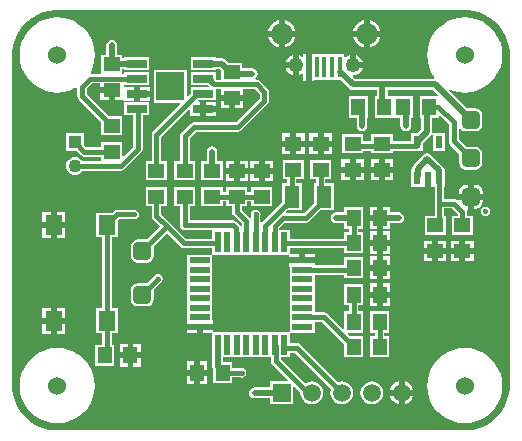
<source format=gtl>
G04*
G04 #@! TF.GenerationSoftware,Altium Limited,Altium Designer,22.3.1 (43)*
G04*
G04 Layer_Physical_Order=1*
G04 Layer_Color=255*
%FSLAX25Y25*%
%MOIN*%
G70*
G04*
G04 #@! TF.SameCoordinates,8B7F2328-CF97-48C8-8425-EDDF2E2766CF*
G04*
G04*
G04 #@! TF.FilePolarity,Positive*
G04*
G01*
G75*
%ADD34R,0.05118X0.07480*%
G04:AMPARAMS|DCode=35|XSize=60mil|YSize=60mil|CornerRadius=15mil|HoleSize=0mil|Usage=FLASHONLY|Rotation=90.000|XOffset=0mil|YOffset=0mil|HoleType=Round|Shape=RoundedRectangle|*
%AMROUNDEDRECTD35*
21,1,0.06000,0.03000,0,0,90.0*
21,1,0.03000,0.06000,0,0,90.0*
1,1,0.03000,0.01500,0.01500*
1,1,0.03000,0.01500,-0.01500*
1,1,0.03000,-0.01500,-0.01500*
1,1,0.03000,-0.01500,0.01500*
%
%ADD35ROUNDEDRECTD35*%
G04:AMPARAMS|DCode=36|XSize=60mil|YSize=60mil|CornerRadius=15mil|HoleSize=0mil|Usage=FLASHONLY|Rotation=0.000|XOffset=0mil|YOffset=0mil|HoleType=Round|Shape=RoundedRectangle|*
%AMROUNDEDRECTD36*
21,1,0.06000,0.03000,0,0,0.0*
21,1,0.03000,0.06000,0,0,0.0*
1,1,0.03000,0.01500,-0.01500*
1,1,0.03000,-0.01500,-0.01500*
1,1,0.03000,-0.01500,0.01500*
1,1,0.03000,0.01500,0.01500*
%
%ADD36ROUNDEDRECTD36*%
%ADD37R,0.05512X0.06693*%
%ADD38R,0.05512X0.04724*%
%ADD39R,0.04724X0.05512*%
%ADD40R,0.09409X0.09409*%
%ADD41R,0.06791X0.02559*%
%ADD42R,0.02362X0.04331*%
%ADD43R,0.02362X0.06594*%
%ADD44R,0.06594X0.02362*%
%ADD45R,0.01575X0.07087*%
%ADD46C,0.01968*%
%ADD47C,0.01500*%
%ADD48C,0.06000*%
%ADD49R,0.04331X0.04331*%
%ADD50C,0.04331*%
%ADD51C,0.05906*%
%ADD52R,0.05906X0.05906*%
%ADD53C,0.07284*%
%ADD54C,0.04921*%
%ADD55C,0.01575*%
G36*
X154497Y140674D02*
X156389Y140167D01*
X158199Y139417D01*
X159896Y138437D01*
X161450Y137245D01*
X162835Y135860D01*
X164028Y134305D01*
X165007Y132609D01*
X165757Y130798D01*
X166264Y128906D01*
X166520Y126964D01*
Y125984D01*
Y15748D01*
Y14769D01*
X166264Y12826D01*
X165757Y10934D01*
X165007Y9124D01*
X164028Y7427D01*
X162835Y5873D01*
X161450Y4487D01*
X159896Y3295D01*
X158199Y2315D01*
X156389Y1565D01*
X154497Y1058D01*
X152554Y803D01*
X14769D01*
X12826Y1058D01*
X10934Y1565D01*
X9124Y2315D01*
X7427Y3295D01*
X5873Y4487D01*
X4487Y5873D01*
X3295Y7427D01*
X2315Y9124D01*
X1565Y10934D01*
X1058Y12826D01*
X803Y14769D01*
Y15748D01*
Y125984D01*
Y126964D01*
X1058Y128906D01*
X1565Y130798D01*
X2315Y132609D01*
X3295Y134305D01*
X4487Y135859D01*
X5873Y137245D01*
X7427Y138437D01*
X9124Y139417D01*
X10934Y140167D01*
X12826Y140674D01*
X14769Y140929D01*
X152554D01*
X154497Y140674D01*
D02*
G37*
%LPC*%
G36*
X119898Y137621D02*
Y134071D01*
X123448D01*
X123420Y134283D01*
X122952Y135412D01*
X122208Y136381D01*
X121239Y137125D01*
X120109Y137593D01*
X119898Y137621D01*
D02*
G37*
G36*
X91551D02*
Y134071D01*
X95101D01*
X95073Y134283D01*
X94606Y135412D01*
X93862Y136381D01*
X92892Y137125D01*
X91763Y137593D01*
X91551Y137621D01*
D02*
G37*
G36*
X89551D02*
X89339Y137593D01*
X88210Y137125D01*
X87241Y136381D01*
X86497Y135412D01*
X86029Y134283D01*
X86001Y134071D01*
X89551D01*
Y137621D01*
D02*
G37*
G36*
X117898D02*
X117686Y137593D01*
X116557Y137125D01*
X115587Y136381D01*
X114843Y135412D01*
X114375Y134283D01*
X114348Y134071D01*
X117898D01*
Y137621D01*
D02*
G37*
G36*
X123448Y132071D02*
X119898D01*
Y128521D01*
X120109Y128549D01*
X121239Y129016D01*
X122208Y129760D01*
X122952Y130730D01*
X123420Y131859D01*
X123448Y132071D01*
D02*
G37*
G36*
X95101D02*
X91551D01*
Y128521D01*
X91763Y128549D01*
X92892Y129016D01*
X93862Y129760D01*
X94606Y130730D01*
X95073Y131859D01*
X95101Y132071D01*
D02*
G37*
G36*
X89551D02*
X86001D01*
X86029Y131859D01*
X86497Y130730D01*
X87241Y129760D01*
X88210Y129016D01*
X89339Y128549D01*
X89551Y128521D01*
Y132071D01*
D02*
G37*
G36*
X117898D02*
X114348D01*
X114375Y131859D01*
X114843Y130730D01*
X115587Y129760D01*
X116557Y129016D01*
X117686Y128549D01*
X117898Y128521D01*
Y132071D01*
D02*
G37*
G36*
X98606Y126394D02*
X97819D01*
Y125603D01*
X97319Y125356D01*
X96922Y125661D01*
X96177Y125969D01*
Y122638D01*
Y119306D01*
X96922Y119615D01*
X97319Y119919D01*
X97819Y119673D01*
Y117307D01*
X98606D01*
Y121850D01*
Y126394D01*
D02*
G37*
G36*
X115272Y125969D02*
Y123638D01*
X117603D01*
X117295Y124383D01*
X116740Y125106D01*
X116017Y125661D01*
X115272Y125969D01*
D02*
G37*
G36*
X94177Y125969D02*
X93432Y125661D01*
X92709Y125106D01*
X92154Y124383D01*
X91846Y123638D01*
X94177D01*
Y125969D01*
D02*
G37*
G36*
X15748Y138523D02*
X13787Y138368D01*
X11873Y137909D01*
X10056Y137156D01*
X8378Y136128D01*
X6882Y134850D01*
X5604Y133354D01*
X4576Y131677D01*
X3823Y129859D01*
X3364Y127946D01*
X3209Y125984D01*
X3364Y124023D01*
X3823Y122110D01*
X4576Y120292D01*
X5604Y118614D01*
X6882Y117118D01*
X8378Y115840D01*
X10056Y114812D01*
X11873Y114059D01*
X13787Y113600D01*
X15748Y113446D01*
X17709Y113600D01*
X19623Y114059D01*
X21441Y114812D01*
X21935Y115115D01*
X22435Y114836D01*
Y112205D01*
X22556Y111600D01*
X22898Y111087D01*
X30302Y103683D01*
Y99200D01*
X37414D01*
Y105524D01*
X32931D01*
X25596Y112859D01*
Y114700D01*
X27426Y116530D01*
X30102D01*
Y115173D01*
X33858D01*
Y114173D01*
X34858D01*
Y110811D01*
X37396D01*
X37880Y110772D01*
X38098Y110772D01*
X41276D01*
Y113051D01*
Y115331D01*
X38326D01*
X38025Y115701D01*
X37994Y115831D01*
X38052Y115967D01*
X38080Y115972D01*
Y115972D01*
X41593D01*
X41746Y115941D01*
X41899Y115972D01*
X46471D01*
Y120131D01*
X38080D01*
Y119691D01*
X37414D01*
Y121232D01*
X38080D01*
Y120972D01*
X46471D01*
Y125131D01*
X38080D01*
Y124870D01*
X37414D01*
Y125997D01*
X35677D01*
Y129134D01*
X35539Y129830D01*
X35145Y130420D01*
X34554Y130815D01*
X33858Y130953D01*
X33162Y130815D01*
X32572Y130420D01*
X32177Y129830D01*
X32039Y129134D01*
Y125997D01*
X30302D01*
Y119691D01*
X27138D01*
X26858Y120191D01*
X26920Y120292D01*
X27673Y122110D01*
X28132Y124023D01*
X28287Y125984D01*
X28132Y127946D01*
X27673Y129859D01*
X26920Y131677D01*
X25892Y133354D01*
X24614Y134850D01*
X23118Y136128D01*
X21441Y137156D01*
X19623Y137909D01*
X17709Y138368D01*
X15748Y138523D01*
D02*
G37*
G36*
X94177Y121638D02*
X91846D01*
X92154Y120893D01*
X92709Y120170D01*
X93432Y119615D01*
X94177Y119306D01*
Y121638D01*
D02*
G37*
G36*
X151575Y138523D02*
X149613Y138368D01*
X147700Y137909D01*
X145882Y137156D01*
X144205Y136128D01*
X142709Y134850D01*
X141431Y133354D01*
X140403Y131677D01*
X139650Y129859D01*
X139190Y127946D01*
X139036Y125984D01*
X139190Y124023D01*
X139650Y122110D01*
X140403Y120292D01*
X141431Y118614D01*
X141478Y118559D01*
X141247Y118059D01*
X124114D01*
X123619Y117961D01*
X114927D01*
X114199Y118688D01*
X114427Y119168D01*
X115175Y119266D01*
X116017Y119615D01*
X116740Y120170D01*
X117295Y120893D01*
X117603Y121638D01*
X114272D01*
Y122638D01*
X113272D01*
Y125969D01*
X112526Y125661D01*
X111930Y125203D01*
X111430Y125383D01*
Y126194D01*
X101394D01*
Y126394D01*
X100606D01*
Y126194D01*
X100578D01*
Y121850D01*
Y117507D01*
X100606D01*
Y117307D01*
X101394D01*
Y117507D01*
X110235D01*
X112887Y114855D01*
X112887Y114855D01*
X113477Y114461D01*
X114173Y114322D01*
X122196D01*
Y112217D01*
X121641D01*
Y105105D01*
X130071D01*
Y102362D01*
X130209Y101666D01*
X130603Y101076D01*
X131194Y100681D01*
X131890Y100543D01*
X132586Y100681D01*
X133176Y101076D01*
X133571Y101666D01*
X133709Y102362D01*
Y105105D01*
X134265D01*
Y112217D01*
X125835D01*
Y114421D01*
X140880D01*
X142584Y112717D01*
X142377Y112217D01*
X136602D01*
Y105105D01*
X137157D01*
Y101147D01*
X135826Y99816D01*
X133649D01*
Y97250D01*
X127572D01*
Y99619D01*
X120460D01*
Y97250D01*
X117729D01*
Y99619D01*
X110617D01*
Y93295D01*
X117729D01*
Y94089D01*
X120460D01*
Y93295D01*
X127572D01*
Y94089D01*
X133649D01*
Y93885D01*
X137611D01*
Y95986D01*
X137646Y96161D01*
Y96491D01*
X140263Y99107D01*
X140263Y99107D01*
X140369Y99266D01*
X140996Y99414D01*
X141048Y99394D01*
X141118Y99346D01*
D01*
X141129Y99338D01*
Y93885D01*
X145091D01*
Y99816D01*
X141317Y99816D01*
D01*
X141190Y99816D01*
X140748Y100045D01*
X140744Y100132D01*
X140796Y100394D01*
X140796Y100394D01*
X140796Y100613D01*
Y105105D01*
X142926D01*
Y105662D01*
X143388Y105853D01*
X146353Y102889D01*
Y97146D01*
X146473Y96541D01*
X146816Y96028D01*
X149716Y93127D01*
X149698Y93035D01*
Y90035D01*
X149877Y89138D01*
X150385Y88377D01*
X151146Y87869D01*
X152043Y87690D01*
X155043D01*
X155941Y87869D01*
X156702Y88377D01*
X157210Y89138D01*
X157388Y90035D01*
Y93035D01*
X157210Y93933D01*
X156702Y94694D01*
X155941Y95202D01*
X155043Y95381D01*
X152043D01*
X151952Y95362D01*
X149513Y97800D01*
Y101577D01*
X150013Y101729D01*
X150385Y101172D01*
X151146Y100664D01*
X152043Y100486D01*
X155043D01*
X155941Y100664D01*
X156702Y101172D01*
X157210Y101933D01*
X157388Y102831D01*
Y105831D01*
X157210Y106728D01*
X156702Y107489D01*
X155941Y107997D01*
X155043Y108176D01*
X152271D01*
X146383Y114064D01*
X146666Y114488D01*
X147700Y114059D01*
X149613Y113600D01*
X151575Y113446D01*
X153536Y113600D01*
X155449Y114059D01*
X157267Y114812D01*
X158945Y115840D01*
X160441Y117118D01*
X161719Y118614D01*
X162747Y120292D01*
X163500Y122110D01*
X163959Y124023D01*
X164113Y125984D01*
X163959Y127946D01*
X163500Y129859D01*
X162747Y131677D01*
X161719Y133354D01*
X160441Y134850D01*
X158945Y136128D01*
X157267Y137156D01*
X155449Y137909D01*
X153536Y138368D01*
X151575Y138523D01*
D02*
G37*
G36*
X68613Y125131D02*
X60222D01*
Y120972D01*
X64143D01*
X64319Y120937D01*
X64495Y120972D01*
X68613D01*
Y121232D01*
X70012D01*
X70369Y120875D01*
Y117722D01*
X68613D01*
Y120131D01*
X60222D01*
Y115972D01*
X65900D01*
X65946Y115903D01*
X66256Y115593D01*
X66064Y115131D01*
X60222D01*
Y113060D01*
X59313Y112151D01*
X58851Y112343D01*
Y121056D01*
X47842D01*
Y110047D01*
X56555D01*
X56746Y109584D01*
X47701Y100540D01*
X47359Y100027D01*
X47238Y99422D01*
Y90564D01*
X45263D01*
Y84239D01*
X52375D01*
Y90564D01*
X50399D01*
Y98768D01*
X59560Y107928D01*
X60022Y107737D01*
Y105772D01*
X63417D01*
Y108051D01*
Y110331D01*
X63046D01*
X62790Y110831D01*
X62891Y110972D01*
X68613D01*
Y114561D01*
X70169D01*
Y112550D01*
X73925D01*
Y111550D01*
D01*
Y112550D01*
X77681D01*
Y114561D01*
X81629D01*
X83201Y112990D01*
Y111420D01*
X75330Y103549D01*
X61417D01*
X60812Y103429D01*
X60300Y103086D01*
X57150Y99936D01*
X56808Y99424D01*
X56687Y98819D01*
Y90564D01*
X54712D01*
Y84239D01*
X61824D01*
Y90564D01*
X59848D01*
Y98164D01*
X62072Y100388D01*
X75984D01*
X76589Y100508D01*
X77102Y100851D01*
X85898Y109648D01*
X86241Y110160D01*
X86361Y110765D01*
Y113644D01*
X86241Y114249D01*
X85898Y114762D01*
X83401Y117259D01*
X82888Y117602D01*
X82284Y117722D01*
X81883D01*
X81731Y118222D01*
X81995Y118399D01*
X82389Y118989D01*
X82528Y119685D01*
X82389Y120381D01*
X81995Y120971D01*
X81405Y121366D01*
X80709Y121504D01*
X77481D01*
Y123374D01*
X73016D01*
X72052Y124338D01*
X71462Y124732D01*
X70766Y124870D01*
X70766Y124870D01*
X68613D01*
Y125131D01*
D02*
G37*
G36*
X43276Y115331D02*
Y114051D01*
X46671D01*
Y115331D01*
X43276D01*
D02*
G37*
G36*
X32858Y113173D02*
X30102D01*
Y110811D01*
X32858D01*
Y113173D01*
D02*
G37*
G36*
X46671Y112051D02*
X43276D01*
Y110772D01*
X46671D01*
Y112051D01*
D02*
G37*
G36*
X68813Y110331D02*
X65417D01*
Y109051D01*
X68813D01*
Y110331D01*
D02*
G37*
G36*
X77681Y110550D02*
X74925D01*
Y108188D01*
X77681D01*
Y110550D01*
D02*
G37*
G36*
X72925D02*
X70169D01*
Y108188D01*
X72925D01*
Y110550D01*
D02*
G37*
G36*
X68813Y107051D02*
X65417D01*
Y105772D01*
X68813D01*
Y107051D01*
D02*
G37*
G36*
X119304Y112217D02*
X112979D01*
Y105105D01*
X115504D01*
Y102362D01*
X115642Y101666D01*
X116036Y101076D01*
X116627Y100681D01*
X117323Y100543D01*
X118019Y100681D01*
X118609Y101076D01*
X119004Y101666D01*
X119142Y102362D01*
Y105105D01*
X119304D01*
Y112217D01*
D02*
G37*
G36*
X107299Y99819D02*
X104543D01*
Y97457D01*
X107299D01*
Y99819D01*
D02*
G37*
G36*
X102543D02*
X99787D01*
Y97457D01*
X102543D01*
Y99819D01*
D02*
G37*
G36*
X98244D02*
X95488D01*
Y97457D01*
X98244D01*
Y99819D01*
D02*
G37*
G36*
X93488D02*
X90732D01*
Y97457D01*
X93488D01*
Y99819D01*
D02*
G37*
G36*
X107299Y95457D02*
X104543D01*
Y93094D01*
X107299D01*
Y95457D01*
D02*
G37*
G36*
X102543D02*
X99787D01*
Y93094D01*
X102543D01*
Y95457D01*
D02*
G37*
G36*
X98244D02*
X95488D01*
Y93094D01*
X98244D01*
Y95457D01*
D02*
G37*
G36*
X93488D02*
X90732D01*
Y93094D01*
X93488D01*
Y95457D01*
D02*
G37*
G36*
X46471Y110131D02*
X38080D01*
Y105972D01*
X41038D01*
Y95241D01*
X37876Y92080D01*
X37414Y92271D01*
Y96863D01*
X30302D01*
Y95281D01*
X25458D01*
X24619Y96120D01*
Y99816D01*
X18688D01*
Y93885D01*
X22384D01*
X23686Y92583D01*
X24198Y92241D01*
X24803Y92120D01*
X30302D01*
Y90557D01*
X24179D01*
X23768Y91091D01*
X23149Y91567D01*
X22428Y91865D01*
X21654Y91967D01*
X20879Y91865D01*
X20158Y91567D01*
X19539Y91091D01*
X19063Y90472D01*
X18765Y89750D01*
X18663Y88976D01*
X18765Y88202D01*
X19063Y87481D01*
X19539Y86861D01*
X20158Y86386D01*
X20879Y86087D01*
X21654Y85985D01*
X22428Y86087D01*
X23149Y86386D01*
X23768Y86861D01*
X24179Y87396D01*
X37008D01*
X37613Y87516D01*
X38125Y87859D01*
X43736Y93469D01*
X44078Y93982D01*
X44199Y94587D01*
Y105972D01*
X46471D01*
Y110131D01*
D02*
G37*
G36*
X127772Y91158D02*
X125016D01*
Y88795D01*
X127772D01*
Y91158D01*
D02*
G37*
G36*
X117929D02*
X115173D01*
Y88795D01*
X117929D01*
Y91158D01*
D02*
G37*
G36*
X113173D02*
X110417D01*
Y88795D01*
X113173D01*
Y91158D01*
D02*
G37*
G36*
X123016D02*
X120260D01*
Y88795D01*
X123016D01*
Y91158D01*
D02*
G37*
G36*
X87614Y90764D02*
X84858D01*
Y88402D01*
X87614D01*
Y90764D01*
D02*
G37*
G36*
X82858D02*
X80102D01*
Y88402D01*
X82858D01*
Y90764D01*
D02*
G37*
G36*
X79347D02*
X76591D01*
Y88402D01*
X79347D01*
Y90764D01*
D02*
G37*
G36*
X74590D02*
X71835D01*
Y88402D01*
X74590D01*
Y90764D01*
D02*
G37*
G36*
X127772Y86795D02*
X125016D01*
Y84433D01*
X127772D01*
Y86795D01*
D02*
G37*
G36*
X123016D02*
X120260D01*
Y84433D01*
X123016D01*
Y86795D01*
D02*
G37*
G36*
X117929D02*
X115173D01*
Y84433D01*
X117929D01*
Y86795D01*
D02*
G37*
G36*
X113173D02*
X110417D01*
Y84433D01*
X113173D01*
Y86795D01*
D02*
G37*
G36*
X67323Y95520D02*
X66627Y95381D01*
X66036Y94987D01*
X65642Y94397D01*
X65504Y93701D01*
Y90564D01*
X63767D01*
Y84239D01*
X70879D01*
Y90564D01*
X69142D01*
Y93701D01*
X69004Y94397D01*
X68609Y94987D01*
X68019Y95381D01*
X67323Y95520D01*
D02*
G37*
G36*
X87614Y86402D02*
X84858D01*
Y84039D01*
X87614D01*
Y86402D01*
D02*
G37*
G36*
X82858D02*
X80102D01*
Y84039D01*
X82858D01*
Y86402D01*
D02*
G37*
G36*
X79347D02*
X76591D01*
Y84039D01*
X79347D01*
Y86402D01*
D02*
G37*
G36*
X74590D02*
X71835D01*
Y84039D01*
X74590D01*
Y86402D01*
D02*
G37*
G36*
X155043Y82789D02*
X154543D01*
Y79740D01*
X157592D01*
Y80240D01*
X157398Y81216D01*
X156846Y82043D01*
X156019Y82595D01*
X155043Y82789D01*
D02*
G37*
G36*
X152543D02*
X152043D01*
X151068Y82595D01*
X150241Y82043D01*
X149688Y81216D01*
X149494Y80240D01*
Y79740D01*
X152543D01*
Y82789D01*
D02*
G37*
G36*
X157592Y77740D02*
X154543D01*
Y74691D01*
X155043D01*
X156019Y74885D01*
X156846Y75438D01*
X157398Y76265D01*
X157592Y77240D01*
Y77740D01*
D02*
G37*
G36*
X107099Y90957D02*
X99987D01*
Y84633D01*
X101963D01*
Y83280D01*
X101169D01*
Y76435D01*
X97926Y73193D01*
X92038D01*
X91846Y73655D01*
X92392Y74200D01*
X97257D01*
Y83280D01*
X95478D01*
Y84633D01*
X98044D01*
Y90957D01*
X90932D01*
Y84633D01*
X92317D01*
Y83280D01*
X90539D01*
Y76817D01*
X83970Y70248D01*
X83769Y70276D01*
X83470Y70424D01*
Y72643D01*
X83508Y72835D01*
X83385Y73454D01*
X83034Y73979D01*
X82509Y74330D01*
X81890Y74453D01*
X81270Y74330D01*
X80745Y73979D01*
X80395Y73454D01*
X80271Y72835D01*
X80309Y72643D01*
Y71814D01*
X80010Y71666D01*
X79809Y71638D01*
X77171Y74277D01*
Y75578D01*
X79146D01*
Y77160D01*
X80302D01*
Y75578D01*
X87414D01*
Y81902D01*
X80302D01*
Y80321D01*
X79146D01*
Y81902D01*
X72035D01*
Y80321D01*
X70879D01*
Y81902D01*
X63767D01*
Y75578D01*
X70879D01*
Y77160D01*
X72035D01*
Y75578D01*
X74010D01*
Y73622D01*
X74130Y73017D01*
X74473Y72505D01*
X77160Y69818D01*
Y68928D01*
X76660Y68878D01*
X76632Y69017D01*
X76289Y69530D01*
X75411Y70409D01*
X74898Y70751D01*
X74293Y70872D01*
X59848D01*
Y75578D01*
X61824D01*
Y81902D01*
X54712D01*
Y75578D01*
X56687D01*
Y69483D01*
X56649Y69291D01*
X56772Y68672D01*
X57123Y68147D01*
X57648Y67796D01*
X58268Y67673D01*
X58459Y67711D01*
X66843D01*
X67310Y67633D01*
Y64722D01*
X58591D01*
X53389Y69924D01*
X50399Y72914D01*
Y75578D01*
X52375D01*
Y81902D01*
X45263D01*
Y75578D01*
X47238D01*
Y72259D01*
X47359Y71654D01*
X47701Y71142D01*
X50036Y68807D01*
X45686Y64457D01*
X45594Y64475D01*
X42595D01*
X41697Y64297D01*
X40936Y63788D01*
X40428Y63027D01*
X40249Y62130D01*
Y59130D01*
X40428Y58232D01*
X40936Y57472D01*
X41697Y56963D01*
X42595Y56785D01*
X45594D01*
X46492Y56963D01*
X47253Y57472D01*
X47761Y58232D01*
X47940Y59130D01*
Y62130D01*
X47921Y62222D01*
X52271Y66572D01*
X56819Y62024D01*
X57331Y61682D01*
X57936Y61561D01*
X67310D01*
Y59461D01*
X59139D01*
Y55499D01*
Y52350D01*
Y49200D01*
Y46050D01*
Y42901D01*
Y39751D01*
Y37614D01*
X58939D01*
Y36433D01*
X67533D01*
Y37614D01*
X67334D01*
Y39751D01*
Y42901D01*
Y46050D01*
Y49200D01*
Y52350D01*
Y55499D01*
Y59438D01*
X93097D01*
Y58480D01*
X96394D01*
Y59661D01*
X93320D01*
Y61561D01*
X111405D01*
Y59830D01*
X117729D01*
Y66942D01*
X116147D01*
Y68098D01*
X117729D01*
Y75209D01*
X111405D01*
Y73473D01*
X108661D01*
X107965Y73334D01*
X107375Y72940D01*
X106981Y72350D01*
X106842Y71653D01*
X106981Y70957D01*
X107375Y70367D01*
X107965Y69973D01*
X108661Y69834D01*
X111405D01*
Y68098D01*
X112987D01*
Y66942D01*
X111405D01*
Y64722D01*
X93320D01*
Y67633D01*
X89769D01*
Y68243D01*
X91558Y70032D01*
X98581D01*
X99186Y70152D01*
X99698Y70495D01*
X103403Y74200D01*
X107887D01*
Y83280D01*
X105124D01*
Y84633D01*
X107099D01*
Y90957D01*
D02*
G37*
G36*
X122228Y75409D02*
X119866D01*
Y72654D01*
X122228D01*
Y75409D01*
D02*
G37*
G36*
X158465Y75399D02*
X157860Y75279D01*
X157347Y74936D01*
X157004Y74424D01*
X156884Y73819D01*
X157004Y73214D01*
X157347Y72701D01*
X157860Y72359D01*
X158465Y72238D01*
X159069Y72359D01*
X159582Y72701D01*
X159925Y73214D01*
X160045Y73819D01*
X159925Y74424D01*
X159582Y74936D01*
X159069Y75279D01*
X158465Y75399D01*
D02*
G37*
G36*
X41339Y74453D02*
X41147Y74415D01*
X35728D01*
X35124Y74295D01*
X34611Y73952D01*
X34097Y73438D01*
X28728D01*
Y65145D01*
X30801D01*
Y41548D01*
X28728D01*
Y33255D01*
X30703D01*
Y29442D01*
X28334D01*
Y22330D01*
X34658D01*
Y29442D01*
X33864D01*
Y33255D01*
X35839D01*
Y41548D01*
X33962D01*
Y65145D01*
X35839D01*
Y70731D01*
X35899Y70770D01*
X36383Y71254D01*
X41147D01*
X41339Y71216D01*
X41958Y71339D01*
X42483Y71690D01*
X42834Y72215D01*
X42957Y72835D01*
X42834Y73454D01*
X42483Y73979D01*
X41958Y74330D01*
X41339Y74453D01*
D02*
G37*
G36*
X18323Y73638D02*
X15567D01*
Y70291D01*
X18323D01*
Y73638D01*
D02*
G37*
G36*
X13567D02*
X10811D01*
Y70291D01*
X13567D01*
Y73638D01*
D02*
G37*
G36*
X126591Y75409D02*
X124228D01*
Y71654D01*
Y67898D01*
X126591D01*
Y69834D01*
X129527D01*
X129527Y69834D01*
X130224Y69973D01*
X130814Y70367D01*
X131208Y70957D01*
X131347Y71653D01*
X131208Y72350D01*
X130814Y72940D01*
X130224Y73334D01*
X129528Y73473D01*
X129527Y73473D01*
X126591D01*
Y75409D01*
D02*
G37*
G36*
X122228Y70654D02*
X119866D01*
Y67898D01*
X122228D01*
Y70654D01*
D02*
G37*
G36*
X139075Y93158D02*
X138379Y93019D01*
X137788Y92625D01*
X137749Y92566D01*
X137690Y92527D01*
X134540Y89377D01*
X134146Y88787D01*
X134008Y88091D01*
X133649Y88005D01*
Y82074D01*
X137189D01*
Y81874D01*
X138370D01*
Y85039D01*
X140370D01*
Y81874D01*
X141530D01*
Y76378D01*
Y72453D01*
X138176D01*
Y66129D01*
X145288D01*
Y72453D01*
X144691D01*
Y74798D01*
X147377D01*
X149207Y72967D01*
Y72453D01*
X147231D01*
Y66129D01*
X154343D01*
Y72453D01*
X152368D01*
Y73622D01*
X152255Y74191D01*
X152257Y74243D01*
X152539Y74691D01*
X152543D01*
Y77740D01*
X149329D01*
X148994Y77599D01*
X148636Y77838D01*
X148031Y77958D01*
X144691D01*
Y82074D01*
X145091D01*
Y88005D01*
X144632D01*
X144594Y88196D01*
X144200Y88786D01*
X144200Y88786D01*
X140361Y92625D01*
X139771Y93019D01*
X139075Y93158D01*
D02*
G37*
G36*
X18323Y68291D02*
X15567D01*
Y64945D01*
X18323D01*
Y68291D01*
D02*
G37*
G36*
X13567D02*
X10811D01*
Y64945D01*
X13567D01*
Y68291D01*
D02*
G37*
G36*
X126591Y67142D02*
X124228D01*
Y64386D01*
X126591D01*
Y67142D01*
D02*
G37*
G36*
X122228D02*
X119866D01*
Y64386D01*
X122228D01*
Y67142D01*
D02*
G37*
G36*
X154543Y63992D02*
X151787D01*
Y61630D01*
X154543D01*
Y63992D01*
D02*
G37*
G36*
X145488D02*
X142732D01*
Y61630D01*
X145488D01*
Y63992D01*
D02*
G37*
G36*
X140732D02*
X137976D01*
Y61630D01*
X140732D01*
Y63992D01*
D02*
G37*
G36*
X149787D02*
X147031D01*
Y61630D01*
X149787D01*
Y63992D01*
D02*
G37*
G36*
X126591Y62386D02*
X124228D01*
Y59630D01*
X126591D01*
Y62386D01*
D02*
G37*
G36*
X122228D02*
X119866D01*
Y59630D01*
X122228D01*
Y62386D01*
D02*
G37*
G36*
X101691Y59661D02*
X98394D01*
Y58480D01*
X101691D01*
Y59661D01*
D02*
G37*
G36*
X154543Y59630D02*
X151787D01*
Y57268D01*
X154543D01*
Y59630D01*
D02*
G37*
G36*
X149787D02*
X147031D01*
Y57268D01*
X149787D01*
Y59630D01*
D02*
G37*
G36*
X145488D02*
X142732D01*
Y57268D01*
X145488D01*
Y59630D01*
D02*
G37*
G36*
X140732D02*
X137976D01*
Y57268D01*
X140732D01*
Y59630D01*
D02*
G37*
G36*
X126591Y58874D02*
X124228D01*
Y56118D01*
X126591D01*
Y58874D01*
D02*
G37*
G36*
X122228D02*
X119866D01*
Y56118D01*
X122228D01*
Y58874D01*
D02*
G37*
G36*
X117729Y58674D02*
X111405D01*
Y55911D01*
X101691D01*
Y56480D01*
X93097D01*
Y55299D01*
X93296D01*
Y52350D01*
Y49200D01*
Y46050D01*
Y42901D01*
Y39751D01*
Y36602D01*
Y33475D01*
X67533D01*
Y34433D01*
X64236D01*
Y33252D01*
X67310D01*
Y25281D01*
X67472D01*
Y22047D01*
X67472Y22047D01*
X67611Y21351D01*
X67704Y21211D01*
Y16523D01*
X74028D01*
Y18498D01*
X76974D01*
X77165Y18460D01*
X77785Y18583D01*
X78310Y18934D01*
X78661Y19459D01*
X78784Y20079D01*
X78661Y20698D01*
X78310Y21223D01*
X77785Y21574D01*
X77165Y21697D01*
X76974Y21659D01*
X74028D01*
Y23635D01*
X71111D01*
Y25281D01*
X87027D01*
Y23991D01*
X87147Y23386D01*
X87490Y22873D01*
X92763Y17601D01*
X92572Y17139D01*
X86798D01*
Y15205D01*
X81496D01*
X80800Y15067D01*
X80210Y14672D01*
X79815Y14082D01*
X79677Y13386D01*
X79815Y12690D01*
X80210Y12100D01*
X80800Y11705D01*
X81496Y11567D01*
X86798D01*
Y9633D01*
X94304D01*
Y15406D01*
X94766Y15598D01*
X96791Y13573D01*
X96766Y13386D01*
X96895Y12406D01*
X97273Y11493D01*
X97875Y10709D01*
X98659Y10108D01*
X99572Y9730D01*
X100551Y9601D01*
X101531Y9730D01*
X102444Y10108D01*
X103228Y10709D01*
X103829Y11493D01*
X104207Y12406D01*
X104336Y13386D01*
X104207Y14366D01*
X103829Y15278D01*
X103228Y16062D01*
X102444Y16664D01*
X101531Y17042D01*
X100551Y17171D01*
X99572Y17042D01*
X98659Y16664D01*
X98382Y16452D01*
X90188Y24646D01*
Y25281D01*
X93320D01*
Y26766D01*
X94936D01*
X107024Y14678D01*
X106895Y14366D01*
X106766Y13386D01*
X106895Y12406D01*
X107273Y11493D01*
X107875Y10709D01*
X108659Y10108D01*
X109572Y9730D01*
X110551Y9601D01*
X111531Y9730D01*
X112444Y10108D01*
X113228Y10709D01*
X113829Y11493D01*
X114207Y12406D01*
X114336Y13386D01*
X114207Y14366D01*
X113829Y15278D01*
X113228Y16062D01*
X112444Y16664D01*
X111531Y17042D01*
X110551Y17171D01*
X109572Y17042D01*
X109259Y16913D01*
X96708Y29464D01*
X96195Y29807D01*
X95591Y29927D01*
X93320D01*
Y33452D01*
X101491D01*
Y37002D01*
X104070D01*
X111405Y29667D01*
Y25184D01*
X117729D01*
Y32296D01*
X113246D01*
X112552Y32990D01*
X112743Y33452D01*
X117729D01*
Y40564D01*
X116147D01*
Y42507D01*
X117729D01*
Y49619D01*
X111405D01*
Y42507D01*
X112987D01*
Y40564D01*
X111405D01*
Y34791D01*
X110943Y34599D01*
X105842Y39700D01*
X105329Y40043D01*
X104724Y40163D01*
X101491D01*
Y42901D01*
Y46050D01*
Y49200D01*
Y52750D01*
X111405D01*
Y51562D01*
X117729D01*
Y58674D01*
D02*
G37*
G36*
X126591Y54118D02*
X124228D01*
Y51362D01*
X126591D01*
Y54118D01*
D02*
G37*
G36*
X122228D02*
X119866D01*
Y51362D01*
X122228D01*
Y54118D01*
D02*
G37*
G36*
X49311Y52996D02*
X48692Y52873D01*
X48167Y52522D01*
X47860Y52063D01*
X45686Y49890D01*
X45594Y49908D01*
X42595D01*
X41697Y49730D01*
X40936Y49221D01*
X40428Y48460D01*
X40249Y47563D01*
Y44563D01*
X40428Y43666D01*
X40936Y42905D01*
X41697Y42396D01*
X42595Y42218D01*
X45594D01*
X46492Y42396D01*
X47253Y42905D01*
X47761Y43666D01*
X47940Y44563D01*
Y47563D01*
X47921Y47655D01*
X50414Y50148D01*
X50757Y50660D01*
X50764Y50695D01*
X50806Y50759D01*
X50929Y51378D01*
X50806Y51997D01*
X50455Y52522D01*
X49930Y52873D01*
X49311Y52996D01*
D02*
G37*
G36*
X126591Y49819D02*
X124228D01*
Y47063D01*
X126591D01*
Y49819D01*
D02*
G37*
G36*
X122228D02*
X119866D01*
Y47063D01*
X122228D01*
Y49819D01*
D02*
G37*
G36*
X126591Y45063D02*
X124228D01*
Y42307D01*
X126591D01*
Y45063D01*
D02*
G37*
G36*
X122228D02*
X119866D01*
Y42307D01*
X122228D01*
Y45063D01*
D02*
G37*
G36*
X18323Y41748D02*
X15567D01*
Y38402D01*
X18323D01*
Y41748D01*
D02*
G37*
G36*
X13567D02*
X10811D01*
Y38402D01*
X13567D01*
Y41748D01*
D02*
G37*
G36*
X62236Y34433D02*
X58939D01*
Y33252D01*
X62236D01*
Y34433D01*
D02*
G37*
G36*
X18323Y36402D02*
X15567D01*
Y33055D01*
X18323D01*
Y36402D01*
D02*
G37*
G36*
X13567D02*
X10811D01*
Y33055D01*
X13567D01*
Y36402D01*
D02*
G37*
G36*
X43520Y29642D02*
X41157D01*
Y26886D01*
X43520D01*
Y29642D01*
D02*
G37*
G36*
X39158D02*
X36795D01*
Y26886D01*
X39158D01*
Y29642D01*
D02*
G37*
G36*
X126391Y40564D02*
X120066D01*
Y33452D01*
X121648D01*
Y32296D01*
X120066D01*
Y25184D01*
X126391D01*
Y32296D01*
X124809D01*
Y33452D01*
X126391D01*
Y40564D01*
D02*
G37*
G36*
X43520Y24886D02*
X41157D01*
Y22130D01*
X43520D01*
Y24886D01*
D02*
G37*
G36*
X39158D02*
X36795D01*
Y22130D01*
X39158D01*
Y24886D01*
D02*
G37*
G36*
X65567Y23835D02*
X63205D01*
Y21079D01*
X65567D01*
Y23835D01*
D02*
G37*
G36*
X61205D02*
X58842D01*
Y21079D01*
X61205D01*
Y23835D01*
D02*
G37*
G36*
X65567Y19079D02*
X63205D01*
Y16323D01*
X65567D01*
Y19079D01*
D02*
G37*
G36*
X61205D02*
X58842D01*
Y16323D01*
X61205D01*
Y19079D01*
D02*
G37*
G36*
X131551Y17241D02*
Y14386D01*
X134406D01*
X134402Y14418D01*
X134004Y15379D01*
X133370Y16205D01*
X132545Y16839D01*
X131583Y17237D01*
X131551Y17241D01*
D02*
G37*
G36*
X129551D02*
X129519Y17237D01*
X128558Y16839D01*
X127732Y16205D01*
X127099Y15379D01*
X126700Y14418D01*
X126696Y14386D01*
X129551D01*
Y17241D01*
D02*
G37*
G36*
X120551Y17171D02*
X119571Y17042D01*
X118659Y16664D01*
X117875Y16062D01*
X117273Y15278D01*
X116895Y14366D01*
X116766Y13386D01*
X116895Y12406D01*
X117273Y11493D01*
X117875Y10709D01*
X118659Y10108D01*
X119571Y9730D01*
X120551Y9601D01*
X121531Y9730D01*
X122444Y10108D01*
X123228Y10709D01*
X123829Y11493D01*
X124207Y12406D01*
X124336Y13386D01*
X124207Y14366D01*
X123829Y15278D01*
X123228Y16062D01*
X122444Y16664D01*
X121531Y17042D01*
X120551Y17171D01*
D02*
G37*
G36*
X134406Y12386D02*
X131551D01*
Y9531D01*
X131583Y9535D01*
X132545Y9933D01*
X133370Y10567D01*
X134004Y11392D01*
X134402Y12354D01*
X134406Y12386D01*
D02*
G37*
G36*
X129551D02*
X126696D01*
X126700Y12354D01*
X127099Y11392D01*
X127732Y10567D01*
X128558Y9933D01*
X129519Y9535D01*
X129551Y9531D01*
Y12386D01*
D02*
G37*
G36*
X15748Y28287D02*
X13787Y28132D01*
X11873Y27673D01*
X10056Y26920D01*
X8378Y25892D01*
X6882Y24614D01*
X5604Y23118D01*
X4576Y21441D01*
X3823Y19623D01*
X3364Y17709D01*
X3209Y15748D01*
X3364Y13787D01*
X3823Y11873D01*
X4576Y10056D01*
X5604Y8378D01*
X6882Y6882D01*
X8378Y5604D01*
X10056Y4576D01*
X11873Y3823D01*
X13787Y3364D01*
X15748Y3209D01*
X17709Y3364D01*
X19623Y3823D01*
X21441Y4576D01*
X23118Y5604D01*
X24614Y6882D01*
X25892Y8378D01*
X26920Y10056D01*
X27673Y11873D01*
X28132Y13787D01*
X28287Y15748D01*
X28132Y17709D01*
X27673Y19623D01*
X26920Y21441D01*
X25892Y23118D01*
X24614Y24614D01*
X23118Y25892D01*
X21441Y26920D01*
X19623Y27673D01*
X17709Y28132D01*
X15748Y28287D01*
D02*
G37*
G36*
X151575Y28287D02*
X149613Y28132D01*
X147700Y27673D01*
X145882Y26920D01*
X144205Y25892D01*
X142709Y24614D01*
X141431Y23118D01*
X140403Y21441D01*
X139650Y19623D01*
X139190Y17709D01*
X139036Y15748D01*
X139190Y13787D01*
X139650Y11873D01*
X140403Y10056D01*
X141431Y8378D01*
X142709Y6882D01*
X144205Y5604D01*
X145882Y4576D01*
X147700Y3823D01*
X149613Y3364D01*
X151575Y3209D01*
X153536Y3364D01*
X155449Y3823D01*
X157267Y4576D01*
X158945Y5604D01*
X160441Y6882D01*
X161719Y8378D01*
X162747Y10056D01*
X163500Y11873D01*
X163959Y13787D01*
X164113Y15748D01*
X163959Y17709D01*
X163500Y19623D01*
X162747Y21441D01*
X161719Y23118D01*
X160441Y24614D01*
X158945Y25892D01*
X157267Y26920D01*
X155449Y27673D01*
X153536Y28132D01*
X151575Y28287D01*
D02*
G37*
%LPD*%
D34*
X104528Y78740D02*
D03*
X93898D02*
D03*
D35*
X153543D02*
D03*
Y91535D02*
D03*
Y104331D02*
D03*
X44094Y46063D02*
D03*
D36*
Y60630D02*
D03*
D37*
X14567Y37402D02*
D03*
X32283D02*
D03*
X14567Y69291D02*
D03*
X32283D02*
D03*
D38*
X33858Y102362D02*
D03*
Y93701D02*
D03*
X48819Y87402D02*
D03*
Y78740D02*
D03*
X58268Y87402D02*
D03*
Y78740D02*
D03*
X67323Y78740D02*
D03*
Y87402D02*
D03*
X75590Y78740D02*
D03*
Y87402D02*
D03*
X83858Y78740D02*
D03*
Y87402D02*
D03*
X33858Y122835D02*
D03*
Y114173D02*
D03*
X124016Y96457D02*
D03*
Y87795D02*
D03*
X114173Y96457D02*
D03*
Y87795D02*
D03*
X141732Y69291D02*
D03*
Y60630D02*
D03*
X150787Y69291D02*
D03*
Y60630D02*
D03*
X73925Y120211D02*
D03*
Y111550D02*
D03*
X94488Y87795D02*
D03*
Y96457D02*
D03*
X103543Y87795D02*
D03*
Y96457D02*
D03*
D39*
X139764Y108661D02*
D03*
X131102D02*
D03*
X124803D02*
D03*
X116142D02*
D03*
X114567Y28740D02*
D03*
X123228D02*
D03*
Y55118D02*
D03*
X114567D02*
D03*
X123228Y37008D02*
D03*
X114567D02*
D03*
X123228Y46063D02*
D03*
X114567D02*
D03*
Y71653D02*
D03*
X123228D02*
D03*
X40157Y25886D02*
D03*
X31496D02*
D03*
X70866Y20079D02*
D03*
X62205D02*
D03*
X114567Y63386D02*
D03*
X123228D02*
D03*
D40*
X53347Y115551D02*
D03*
D41*
X42276Y108051D02*
D03*
Y113051D02*
D03*
Y118051D02*
D03*
Y123051D02*
D03*
X64417D02*
D03*
Y118051D02*
D03*
Y113051D02*
D03*
Y108051D02*
D03*
D42*
X135630Y85039D02*
D03*
X139370D02*
D03*
X143110D02*
D03*
Y96850D02*
D03*
X135630D02*
D03*
D43*
X88189Y63535D02*
D03*
X85039D02*
D03*
X81890D02*
D03*
X78740D02*
D03*
X75590D02*
D03*
X72441D02*
D03*
X69291D02*
D03*
Y29378D02*
D03*
X72441D02*
D03*
X75590D02*
D03*
X78740D02*
D03*
X81890D02*
D03*
X85039D02*
D03*
X88189D02*
D03*
X91339D02*
D03*
Y63535D02*
D03*
D44*
X63236Y57480D02*
D03*
Y54331D02*
D03*
Y51181D02*
D03*
Y48031D02*
D03*
Y44882D02*
D03*
Y41732D02*
D03*
Y38583D02*
D03*
Y35433D02*
D03*
X97394D02*
D03*
Y38583D02*
D03*
Y41732D02*
D03*
Y44882D02*
D03*
Y48031D02*
D03*
Y51181D02*
D03*
Y54331D02*
D03*
Y57480D02*
D03*
D45*
X99606Y121850D02*
D03*
X102165D02*
D03*
X109843D02*
D03*
X107283D02*
D03*
X104724D02*
D03*
D46*
X64024Y123051D02*
X64319Y122756D01*
X72153Y121589D02*
X74058Y119685D01*
X70766Y123051D02*
X72153Y121664D01*
Y121589D02*
Y121664D01*
X64417Y123051D02*
X70766D01*
X108661Y71653D02*
X114567D01*
X69291Y22047D02*
X70866Y20472D01*
X69291Y22047D02*
Y29378D01*
X70866Y20079D02*
Y20472D01*
X74058Y119685D02*
X80709D01*
X33858Y123051D02*
Y129134D01*
Y123051D02*
X42669D01*
X123228Y71653D02*
X129527D01*
X129528Y71653D01*
X67323Y87402D02*
Y93701D01*
X131890Y102362D02*
Y108661D01*
X117323Y102362D02*
Y108268D01*
X117013Y108577D02*
X117323Y108268D01*
X81496Y13386D02*
X90551D01*
X14665Y37008D02*
X14665Y37008D01*
X64319Y108346D02*
X66194D01*
X64024Y108051D02*
X64319Y108346D01*
X109941Y120374D02*
X114173Y116142D01*
X124016D01*
X138976Y100394D02*
Y108661D01*
X135827Y97244D02*
X138976Y100394D01*
X135827Y96161D02*
Y97244D01*
X139075Y91339D02*
X142913Y87500D01*
Y85630D02*
Y87500D01*
Y85630D02*
X143110Y85433D01*
X135827Y88090D02*
X138976Y91240D01*
X135630Y85433D02*
X135827Y85630D01*
Y88090D01*
X124114Y116240D02*
X141634D01*
X124016Y108661D02*
Y116142D01*
X141634Y116240D02*
X153543Y104331D01*
D47*
X75172Y63560D02*
Y68413D01*
X58268Y69291D02*
X74293D01*
X75172Y68413D01*
X32382Y37008D02*
Y69980D01*
X88608Y23991D02*
X98370Y14229D01*
X88608Y23991D02*
Y28959D01*
X98370Y14229D02*
X99708D01*
X88189Y29378D02*
X88608Y28959D01*
X99708Y14229D02*
X100551Y13386D01*
X24016Y112205D02*
X31852Y104368D01*
X24016Y112205D02*
Y115354D01*
X26772Y118110D01*
X31852Y103974D02*
X33465Y102362D01*
X33858D01*
X31852Y103974D02*
Y104368D01*
X49297Y51265D02*
Y51364D01*
X44094Y46063D02*
X49297Y51265D01*
Y51364D02*
X49311Y51378D01*
X57936Y63142D02*
X69291D01*
X52271Y68807D02*
X57936Y63142D01*
X58268Y69291D02*
Y78740D01*
X26772Y118110D02*
X41746D01*
X114567Y37008D02*
Y46063D01*
X122441Y28740D02*
Y29528D01*
X123228Y28740D02*
Y37008D01*
Y28740D02*
X123228Y28740D01*
X75172Y63560D02*
X75590Y63142D01*
X70866Y20079D02*
X77165D01*
X103543Y79724D02*
X104528Y78740D01*
X103543Y79724D02*
Y87795D01*
X93898Y87205D02*
X94488Y87795D01*
X93898Y78740D02*
Y87205D01*
X88189Y68898D02*
X90904Y71612D01*
X88189Y63535D02*
Y68898D01*
X90904Y71612D02*
X98581D01*
X104528Y77559D02*
Y78740D01*
X98581Y71612D02*
X104528Y77559D01*
X85039Y69083D02*
X91707Y75750D01*
X85039Y63535D02*
Y69083D01*
X91707Y75750D02*
X92089D01*
X93898Y77559D01*
Y78740D01*
X84781Y110765D02*
Y113644D01*
X82284Y116142D02*
X84781Y113644D01*
X64417Y118051D02*
X66533D01*
X67063Y117522D01*
Y117020D02*
Y117522D01*
Y117020D02*
X67942Y116142D01*
X82284D01*
X61417Y101969D02*
X75984D01*
X84781Y110765D01*
X44094Y60630D02*
X52271Y68807D01*
X48819Y72259D02*
X52271Y68807D01*
X48819Y72259D02*
Y78740D01*
X114567Y63386D02*
Y69685D01*
Y63291D02*
Y63386D01*
X75590Y78740D02*
X83858D01*
X67323D02*
X75590D01*
Y73622D02*
Y78740D01*
X78740Y63535D02*
Y70472D01*
X75590Y73622D02*
X78740Y70472D01*
X34782Y71888D02*
X35728Y72835D01*
X41339D01*
X32283Y25886D02*
Y36909D01*
X34289Y71888D02*
X34782D01*
X32382Y69980D02*
X34289Y71888D01*
X81890Y63535D02*
Y72835D01*
X48819Y87402D02*
Y99422D01*
X62375Y112978D01*
X58268Y98819D02*
X61417Y101969D01*
X58268Y87402D02*
Y98819D01*
X37008Y88976D02*
X42618Y94587D01*
Y107709D01*
X21654Y88976D02*
X37008D01*
X42276Y108051D02*
X42618Y107709D01*
X24803Y93701D02*
X33858D01*
X21654Y96850D02*
X24803Y93701D01*
X41746Y117522D02*
X42276Y118051D01*
X143110Y76378D02*
X148031D01*
X150787Y68504D02*
Y73622D01*
X148031Y76378D02*
X150787Y73622D01*
X143110Y76378D02*
Y85433D01*
Y69722D02*
Y76378D01*
X114567Y63291D02*
X114716Y63142D01*
X95591Y28346D02*
X110551Y13386D01*
X91770Y28346D02*
X95591D01*
X91339Y28778D02*
X91770Y28346D01*
X91339Y28778D02*
Y29378D01*
X104724Y38583D02*
X112561Y30746D01*
X112955D02*
X114567Y29134D01*
X112561Y30746D02*
X112955D01*
X97000Y38583D02*
X104724D01*
X114567Y28740D02*
Y29134D01*
X158465Y73819D02*
X158465D01*
X32283Y36909D02*
X32382Y37008D01*
X135630Y96100D02*
Y96457D01*
X97000Y54331D02*
X114567D01*
X115354Y55118D01*
X122539Y45965D02*
X122638Y46063D01*
X62301Y113051D02*
X64024D01*
X141892Y68504D02*
X143110Y69722D01*
X141732Y68504D02*
X141892D01*
X62697Y35002D02*
X63128Y35433D01*
X63630D01*
X122441Y62992D02*
Y63779D01*
X91339Y63142D02*
X114716D01*
X85039D02*
X85138Y63240D01*
X114173Y88583D02*
X114173Y88583D01*
X147933Y97146D02*
Y103543D01*
Y97146D02*
X153543Y91535D01*
X124016Y95669D02*
X135199D01*
X135630Y96100D01*
X124016Y95669D02*
X124016Y95669D01*
X114173Y95669D02*
X124016D01*
X142815Y108661D02*
X147933Y103543D01*
X138976Y108661D02*
X142815D01*
X124016Y116142D02*
X124114Y116240D01*
D48*
X15748Y125984D02*
D03*
Y15748D02*
D03*
X151575Y15748D02*
D03*
Y125984D02*
D03*
D49*
X21654Y96850D02*
D03*
D50*
Y88976D02*
D03*
D51*
X110551Y13386D02*
D03*
X130551D02*
D03*
X120551D02*
D03*
X100551D02*
D03*
D52*
X90551D02*
D03*
D53*
X118898Y133071D02*
D03*
X90551D02*
D03*
D54*
X95177Y122638D02*
D03*
X114272D02*
D03*
D55*
X106693Y43701D02*
D03*
X63092Y73052D02*
D03*
X70178D02*
D03*
X52362Y61811D02*
D03*
X54724Y46457D02*
D03*
Y40157D02*
D03*
X106693Y28346D02*
D03*
X54724Y33858D02*
D03*
X42913Y35827D02*
D03*
X40157Y19685D02*
D03*
X55905Y20079D02*
D03*
X96457Y21654D02*
D03*
X97244Y67323D02*
D03*
X106693Y66929D02*
D03*
Y49606D02*
D03*
Y58661D02*
D03*
X108661Y71653D02*
D03*
X99213Y79528D02*
D03*
X58268Y69291D02*
D03*
X49311Y51378D02*
D03*
X103543Y111417D02*
D03*
X94488D02*
D03*
X33858Y107874D02*
D03*
X53543Y94488D02*
D03*
X37402Y53150D02*
D03*
X148031Y85039D02*
D03*
X56299Y124409D02*
D03*
X49606D02*
D03*
X50000Y106299D02*
D03*
X32677Y81496D02*
D03*
X33858Y129134D02*
D03*
X80709Y119685D02*
D03*
X129528Y71653D02*
D03*
X83858Y93701D02*
D03*
X75590D02*
D03*
X41339Y72835D02*
D03*
X81890D02*
D03*
X94488Y102362D02*
D03*
X103543D02*
D03*
X27559Y114173D02*
D03*
X67323Y93701D02*
D03*
X77165Y20079D02*
D03*
X131890Y102362D02*
D03*
X117323D02*
D03*
X80709Y112205D02*
D03*
X129528Y55118D02*
D03*
Y46063D02*
D03*
X141732Y53937D02*
D03*
X158465Y73819D02*
D03*
X21260Y37008D02*
D03*
Y68898D02*
D03*
X124016Y81496D02*
D03*
X114173D02*
D03*
X129528Y63386D02*
D03*
X81496Y13386D02*
D03*
X150787Y53937D02*
D03*
X139370Y79528D02*
D03*
X139075Y91339D02*
D03*
M02*

</source>
